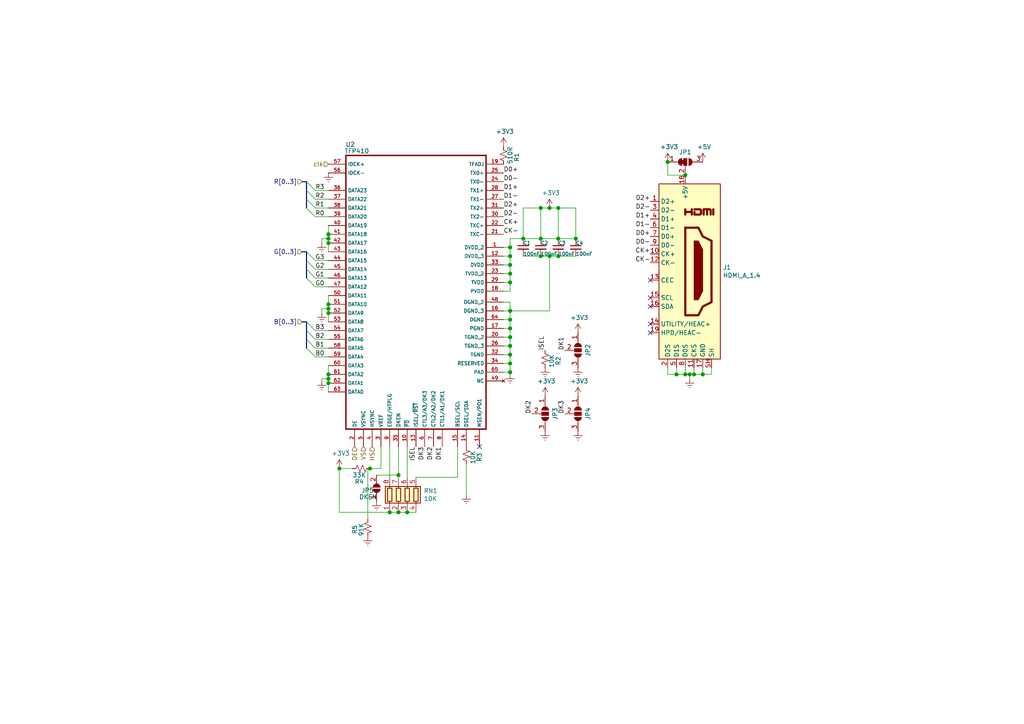
<source format=kicad_sch>
(kicad_sch (version 20201015) (generator eeschema)
  (paper "A4")
  (lib_symbols
    (symbol "Connector:HDMI_A_1.4"
      (property "Reference" "J" (at -6.35 26.67 0))
      (property "Value" "HDMI_A_1.4" (at 10.16 26.67 0))
      (symbol "HDMI_A_1.4_0_0"
        (polyline (pts (xy 8.128 16.51) (xy 8.128 18.034)) (stroke (width 0.635)))
        (polyline (pts (xy 0 16.51) (xy 0 18.034) (xy 0 17.272) (xy 1.905 17.272) (xy 1.905 18.034) (xy 1.905 16.51)) (stroke (width 0.635)))
        (polyline (pts (xy 2.667 18.034) (xy 4.318 18.034) (xy 4.572 17.78) (xy 4.572 16.764) (xy 4.318 16.51) (xy 2.667 16.51) (xy 2.667 17.272)) (stroke (width 0.635)))
      )
      (symbol "HDMI_A_1.4_0_1"
        (rectangle (start -7.62 25.4) (end 10.16 -25.4) (stroke (width 0.254)) (fill (type background)))
        (polyline (pts (xy 2.54 8.89) (xy 3.81 8.89) (xy 5.08 6.35) (xy 5.08 -5.715) (xy 3.81 -8.255) (xy 2.54 -8.255) (xy 2.54 8.89)) (fill (type outline)))
        (polyline (pts (xy 5.334 16.51) (xy 5.334 18.034) (xy 6.35 18.034) (xy 6.35 16.51) (xy 6.35 18.034) (xy 7.112 18.034) (xy 7.366 17.78) (xy 7.366 16.51)) (stroke (width 0.635)))
        (polyline (pts (xy 0 12.7) (xy 0 -12.7) (xy 3.81 -12.7) (xy 5.08 -10.16) (xy 7.62 -8.89) (xy 7.62 8.89) (xy 5.08 10.16) (xy 3.81 12.7) (xy 0 12.7)) (stroke (width 0.635)))
      )
      (symbol "HDMI_A_1.4_1_1"
        (pin passive line (at -10.16 20.32 0) (length 2.54) (name "D2+") (number "1"))
        (pin passive line (at -10.16 5.08 0) (length 2.54) (name "CK+") (number "10"))
        (pin power_in line (at 2.54 -27.94 90) (length 2.54) (name "CKS") (number "11"))
        (pin passive line (at -10.16 2.54 0) (length 2.54) (name "CK-") (number "12"))
        (pin bidirectional line (at -10.16 -2.54 0) (length 2.54) (name "CEC") (number "13"))
        (pin passive line (at -10.16 -15.24 0) (length 2.54) (name "UTILITY/HEAC+") (number "14"))
        (pin passive line (at -10.16 -7.62 0) (length 2.54) (name "SCL") (number "15"))
        (pin bidirectional line (at -10.16 -10.16 0) (length 2.54) (name "SDA") (number "16"))
        (pin power_in line (at 5.08 -27.94 90) (length 2.54) (name "GND") (number "17"))
        (pin power_in line (at 0 27.94 270) (length 2.54) (name "+5V") (number "18"))
        (pin passive line (at -10.16 -17.78 0) (length 2.54) (name "HPD/HEAC-") (number "19"))
        (pin power_in line (at -5.08 -27.94 90) (length 2.54) (name "D2S") (number "2"))
        (pin passive line (at -10.16 17.78 0) (length 2.54) (name "D2-") (number "3"))
        (pin passive line (at -10.16 15.24 0) (length 2.54) (name "D1+") (number "4"))
        (pin power_in line (at -2.54 -27.94 90) (length 2.54) (name "D1S") (number "5"))
        (pin passive line (at -10.16 12.7 0) (length 2.54) (name "D1-") (number "6"))
        (pin passive line (at -10.16 10.16 0) (length 2.54) (name "D0+") (number "7"))
        (pin power_in line (at 0 -27.94 90) (length 2.54) (name "D0S") (number "8"))
        (pin passive line (at -10.16 7.62 0) (length 2.54) (name "D0-") (number "9"))
        (pin passive line (at 7.62 -27.94 90) (length 2.54) (name "SH") (number "SH"))
      )
    )
    (symbol "Custom_Symbols:TFP_410"
      (property "Reference" "U" (at 19.05 31.75 0))
      (property "Value" "TFP_410" (at 20.32 36.83 0))
      (symbol "TFP_410_1_1"
        (polyline (pts (xy 0 0) (xy 40.64 0)) (stroke (width 0.4064)))
        (polyline (pts (xy 0 79.375) (xy 0 0)) (stroke (width 0.4064)))
        (polyline (pts (xy 40.64 0) (xy 40.64 79.375)) (stroke (width 0.4064)))
        (polyline (pts (xy 40.64 79.375) (xy 0 79.375)) (stroke (width 0.4064)))
        (pin power_in line (at 45.72 52.705 180) (length 5.08) (name "DVDD_2") (number "1"))
        (pin input line (at 17.78 -5.08 90) (length 5.08) (name "~PD") (number "10"))
        (pin output line (at 38.735 -5.08 90) (length 5.08) (name "MSEN/PO1") (number "11"))
        (pin power_in line (at 45.72 50.165 180) (length 5.08) (name "DVDD_3") (number "12"))
        (pin input line (at 20.32 -5.08 90) (length 5.08) (name "ISEL/~RST") (number "13"))
        (pin bidirectional line (at 34.925 -5.08 90) (length 5.08) (name "DSEL/SDA") (number "14"))
        (pin input line (at 32.385 -5.08 90) (length 5.08) (name "BSEL/SCL") (number "15"))
        (pin passive line (at 45.72 34.29 180) (length 5.08) (name "DGND_3") (number "16"))
        (pin passive line (at 45.72 29.21 180) (length 5.08) (name "PGND") (number "17"))
        (pin power_in line (at 45.72 40.005 180) (length 5.08) (name "PVDD") (number "18"))
        (pin input line (at 45.72 76.835 180) (length 5.08) (name "TFADJ") (number "19"))
        (pin input line (at 2.54 -5.08 90) (length 5.08) (name "DE") (number "2"))
        (pin passive line (at 45.72 26.67 180) (length 5.08) (name "TGND_2") (number "20"))
        (pin output line (at 45.72 56.515 180) (length 5.08) (name "TXC-") (number "21"))
        (pin output line (at 45.72 59.055 180) (length 5.08) (name "TXC+") (number "22"))
        (pin power_in line (at 45.72 45.085 180) (length 5.08) (name "TVDD_2") (number "23"))
        (pin output line (at 45.72 71.755 180) (length 5.08) (name "TX0-") (number "24"))
        (pin output line (at 45.72 74.295 180) (length 5.08) (name "TX0+") (number "25"))
        (pin passive line (at 45.72 24.13 180) (length 5.08) (name "TGND_3") (number "26"))
        (pin output line (at 45.72 66.675 180) (length 5.08) (name "TX1-") (number "27"))
        (pin output line (at 45.72 69.215 180) (length 5.08) (name "TX1+") (number "28"))
        (pin power_in line (at 45.72 42.545 180) (length 5.08) (name "TVDD") (number "29"))
        (pin input line (at 10.16 -5.08 90) (length 5.08) (name "VREF") (number "3"))
        (pin output line (at 45.72 61.595 180) (length 5.08) (name "TX2-") (number "30"))
        (pin output line (at 45.72 64.135 180) (length 5.08) (name "TX2+") (number "31"))
        (pin passive line (at 45.72 21.59 180) (length 5.08) (name "TGND") (number "32"))
        (pin power_in line (at 45.72 47.625 180) (length 5.08) (name "DVDD") (number "33"))
        (pin passive line (at 45.72 19.05 180) (length 5.08) (name "RESERVED") (number "34"))
        (pin input line (at 15.24 -5.08 90) (length 5.08) (name "DKEN") (number "35"))
        (pin input line (at -5.08 69.215 0) (length 5.08) (name "DATA23") (number "36"))
        (pin input line (at -5.08 66.675 0) (length 5.08) (name "DATA22") (number "37"))
        (pin input line (at -5.08 64.135 0) (length 5.08) (name "DATA21") (number "38"))
        (pin input line (at -5.08 61.595 0) (length 5.08) (name "DATA20") (number "39"))
        (pin input line (at 7.62 -5.08 90) (length 5.08) (name "HSYNC") (number "4"))
        (pin input line (at -5.08 59.055 0) (length 5.08) (name "DATA19") (number "40"))
        (pin input line (at -5.08 56.515 0) (length 5.08) (name "DATA18") (number "41"))
        (pin input line (at -5.08 53.975 0) (length 5.08) (name "DATA17") (number "42"))
        (pin input line (at -5.08 51.435 0) (length 5.08) (name "DATA16") (number "43"))
        (pin input line (at -5.08 48.895 0) (length 5.08) (name "DATA15") (number "44"))
        (pin input line (at -5.08 46.355 0) (length 5.08) (name "DATA14") (number "45"))
        (pin input line (at -5.08 43.815 0) (length 5.08) (name "DATA13") (number "46"))
        (pin input line (at -5.08 41.275 0) (length 5.08) (name "DATA12") (number "47"))
        (pin passive line (at 45.72 36.83 180) (length 5.08) (name "DGND_2") (number "48"))
        (pin unconnected line (at 45.72 13.97 180) (length 5.08) (name "NC") (number "49"))
        (pin input line (at 5.08 -5.08 90) (length 5.08) (name "VSYNC") (number "5"))
        (pin input line (at -5.08 38.735 0) (length 5.08) (name "DATA11") (number "50"))
        (pin input line (at -5.08 36.195 0) (length 5.08) (name "DATA10") (number "51"))
        (pin input line (at -5.08 33.655 0) (length 5.08) (name "DATA9") (number "52"))
        (pin input line (at -5.08 31.115 0) (length 5.08) (name "DATA8") (number "53"))
        (pin input line (at -5.08 28.575 0) (length 5.08) (name "DATA7") (number "54"))
        (pin input line (at -5.08 26.035 0) (length 5.08) (name "DATA6") (number "55"))
        (pin input line (at -5.08 74.295 0) (length 5.08) (name "IDCK-") (number "56"))
        (pin input line (at -5.08 76.835 0) (length 5.08) (name "IDCK+") (number "57"))
        (pin input line (at -5.08 23.495 0) (length 5.08) (name "DATA5") (number "58"))
        (pin input line (at -5.08 20.955 0) (length 5.08) (name "DATA4") (number "59"))
        (pin input line (at 22.86 -5.08 90) (length 5.08) (name "CTL3/A3/DK3") (number "6"))
        (pin input line (at -5.08 18.415 0) (length 5.08) (name "DATA3") (number "60"))
        (pin input line (at -5.08 15.875 0) (length 5.08) (name "DATA2") (number "61"))
        (pin input line (at -5.08 13.335 0) (length 5.08) (name "DATA1") (number "62"))
        (pin input line (at -5.08 10.795 0) (length 5.08) (name "DATA0") (number "63"))
        (pin passive line (at 45.72 31.75 180) (length 5.08) (name "DGND") (number "64"))
        (pin passive line (at 45.72 16.51 180) (length 5.08) (name "PAD") (number "65"))
        (pin input line (at 25.4 -5.08 90) (length 5.08) (name "CTL2/A2/DK2") (number "7"))
        (pin input line (at 27.94 -5.08 90) (length 5.08) (name "CTL1/A1/DK1") (number "8"))
        (pin input line (at 12.7 -5.08 90) (length 5.08) (name "EDGE/HTPLG") (number "9"))
      )
    )
    (symbol "Device:C_Small" (pin_numbers hide) (pin_names (offset 0.254) hide)
      (property "Reference" "C" (at 0.254 1.778 0))
      (property "Value" "C_Small" (at 0.254 -2.032 0))
      (symbol "C_Small_0_1"
        (polyline (pts (xy -1.524 -0.508) (xy 1.524 -0.508)) (stroke (width 0.3302)))
        (polyline (pts (xy -1.524 0.508) (xy 1.524 0.508)) (stroke (width 0.3048)))
      )
      (symbol "C_Small_1_1"
        (pin passive line (at 0 2.54 270) (length 2.032) (name "~") (number "1"))
        (pin passive line (at 0 -2.54 90) (length 2.032) (name "~") (number "2"))
      )
    )
    (symbol "Device:R_Pack04" (pin_names (offset 0) hide)
      (property "Reference" "RN" (at -7.62 0 90))
      (property "Value" "R_Pack04" (at 5.08 0 90))
      (symbol "R_Pack04_0_1"
        (rectangle (start -3.175 1.905) (end -1.905 -1.905) (stroke (width 0.254)))
        (rectangle (start -5.715 1.905) (end -4.445 -1.905) (stroke (width 0.254)))
        (rectangle (start -0.635 1.905) (end 0.635 -1.905) (stroke (width 0.254)))
        (rectangle (start -6.35 -2.413) (end 3.81 2.413) (stroke (width 0.254)) (fill (type background)))
        (rectangle (start 1.905 1.905) (end 3.175 -1.905) (stroke (width 0.254)))
        (polyline (pts (xy -2.54 -2.54) (xy -2.54 -1.905)))
        (polyline (pts (xy -2.54 1.905) (xy -2.54 2.54)))
        (polyline (pts (xy -5.08 -2.54) (xy -5.08 -1.905)))
        (polyline (pts (xy -5.08 1.905) (xy -5.08 2.54)))
        (polyline (pts (xy 0 -2.54) (xy 0 -1.905)))
        (polyline (pts (xy 0 1.905) (xy 0 2.54)))
        (polyline (pts (xy 2.54 -2.54) (xy 2.54 -1.905)))
        (polyline (pts (xy 2.54 1.905) (xy 2.54 2.54)))
      )
      (symbol "R_Pack04_1_1"
        (pin passive line (at -5.08 -5.08 90) (length 2.54) (name "R1.1") (number "1"))
        (pin passive line (at -5.08 5.08 270) (length 2.54) (name "R1.2") (number "8"))
        (pin passive line (at -2.54 -5.08 90) (length 2.54) (name "R2.1") (number "2"))
        (pin passive line (at -2.54 5.08 270) (length 2.54) (name "R2.2") (number "7"))
        (pin passive line (at 0 -5.08 90) (length 2.54) (name "R3.1") (number "3"))
        (pin passive line (at 0 5.08 270) (length 2.54) (name "R3.2") (number "6"))
        (pin passive line (at 2.54 -5.08 90) (length 2.54) (name "R4.1") (number "4"))
        (pin passive line (at 2.54 5.08 270) (length 2.54) (name "R4.2") (number "5"))
      )
    )
    (symbol "Device:R_Small_US" (pin_numbers hide) (pin_names (offset 0.254) hide)
      (property "Reference" "R" (at 0.762 0.508 0))
      (property "Value" "R_Small_US" (at 0.762 -1.016 0))
      (symbol "R_Small_US_1_1"
        (polyline (pts (xy 0 0) (xy 1.016 -0.381) (xy 0 -0.762) (xy -1.016 -1.143) (xy 0 -1.524)))
        (polyline (pts (xy 0 1.524) (xy 1.016 1.143) (xy 0 0.762) (xy -1.016 0.381) (xy 0 0)))
        (pin passive line (at 0 2.54 270) (length 1.016) (name "~") (number "1"))
        (pin passive line (at 0 -2.54 90) (length 1.016) (name "~") (number "2"))
      )
    )
    (symbol "Jumper:SolderJumper_2_Open" (pin_names (offset 0) hide)
      (property "Reference" "JP" (at 0 2.032 0))
      (property "Value" "SolderJumper_2_Open" (at 0 -2.54 0))
      (symbol "SolderJumper_2_Open_0_1"
        (arc (start -0.254 1.016) (end -0.254 -1.016) (radius (at -0.254 0) (length 1.016) (angles 90.1 -90.1)))
        (arc (start -0.254 1.016) (end -0.254 -1.016) (radius (at -0.254 0) (length 1.016) (angles 90.1 -90.1)) (fill (type outline)))
        (arc (start 0.254 -1.016) (end 0.254 1.016) (radius (at 0.254 0) (length 1.016) (angles -89.9 89.9)))
        (arc (start 0.254 -1.016) (end 0.254 1.016) (radius (at 0.254 0) (length 1.016) (angles -89.9 89.9)) (fill (type outline)))
        (polyline (pts (xy -0.254 1.016) (xy -0.254 -1.016)))
        (polyline (pts (xy 0.254 1.016) (xy 0.254 -1.016)))
      )
      (symbol "SolderJumper_2_Open_1_1"
        (pin passive line (at -3.81 0 0) (length 2.54) (name "A") (number "1"))
        (pin passive line (at 3.81 0 180) (length 2.54) (name "B") (number "2"))
      )
    )
    (symbol "Jumper:SolderJumper_3_Bridged12" (pin_names (offset 0) hide)
      (property "Reference" "JP" (at -2.54 -2.54 0))
      (property "Value" "SolderJumper_3_Bridged12" (at 0 2.794 0))
      (symbol "SolderJumper_3_Bridged12_0_1"
        (arc (start -1.016 1.016) (end -1.016 -1.016) (radius (at -1.016 0) (length 1.016) (angles 90.1 -90.1)))
        (arc (start -1.016 1.016) (end -1.016 -1.016) (radius (at -1.016 0) (length 1.016) (angles 90.1 -90.1)) (fill (type outline)))
        (arc (start 1.016 -1.016) (end 1.016 1.016) (radius (at 1.016 0) (length 1.016) (angles -89.9 89.9)))
        (arc (start 1.016 -1.016) (end 1.016 1.016) (radius (at 1.016 0) (length 1.016) (angles -89.9 89.9)) (fill (type outline)))
        (rectangle (start -1.016 0.508) (end -0.508 -0.508) (fill (type outline)))
        (rectangle (start -0.508 1.016) (end 0.508 -1.016) (fill (type outline)))
        (polyline (pts (xy -2.54 0) (xy -2.032 0)))
        (polyline (pts (xy -1.016 1.016) (xy -1.016 -1.016)))
        (polyline (pts (xy 0 -1.27) (xy 0 -1.016)))
        (polyline (pts (xy 1.016 1.016) (xy 1.016 -1.016)))
        (polyline (pts (xy 2.54 0) (xy 2.032 0)))
      )
      (symbol "SolderJumper_3_Bridged12_1_1"
        (pin passive line (at -5.08 0 0) (length 2.54) (name "A") (number "1"))
        (pin input line (at 0 -3.81 90) (length 2.54) (name "C") (number "2"))
        (pin passive line (at 5.08 0 180) (length 2.54) (name "B") (number "3"))
      )
    )
    (symbol "Jumper:SolderJumper_3_Open" (pin_names (offset 0) hide)
      (property "Reference" "JP" (at -2.54 -2.54 0))
      (property "Value" "SolderJumper_3_Open" (at 0 2.794 0))
      (symbol "SolderJumper_3_Open_0_1"
        (arc (start -1.016 1.016) (end -1.016 -1.016) (radius (at -1.016 0) (length 1.016) (angles 90.1 -90.1)))
        (arc (start -1.016 1.016) (end -1.016 -1.016) (radius (at -1.016 0) (length 1.016) (angles 90.1 -90.1)) (fill (type outline)))
        (arc (start 1.016 -1.016) (end 1.016 1.016) (radius (at 1.016 0) (length 1.016) (angles -89.9 89.9)))
        (arc (start 1.016 -1.016) (end 1.016 1.016) (radius (at 1.016 0) (length 1.016) (angles -89.9 89.9)) (fill (type outline)))
        (rectangle (start -0.508 1.016) (end 0.508 -1.016) (fill (type outline)))
        (polyline (pts (xy -2.54 0) (xy -2.032 0)))
        (polyline (pts (xy -1.016 1.016) (xy -1.016 -1.016)))
        (polyline (pts (xy 0 -1.27) (xy 0 -1.016)))
        (polyline (pts (xy 1.016 1.016) (xy 1.016 -1.016)))
        (polyline (pts (xy 2.54 0) (xy 2.032 0)))
      )
      (symbol "SolderJumper_3_Open_1_1"
        (pin passive line (at -5.08 0 0) (length 2.54) (name "A") (number "1"))
        (pin input line (at 0 -3.81 90) (length 2.54) (name "C") (number "2"))
        (pin passive line (at 5.08 0 180) (length 2.54) (name "B") (number "3"))
      )
    )
    (symbol "power:+3V3" (power) (pin_names (offset 0))
      (property "Value" "+3V3" (at 0 3.556 0))
      (symbol "+3V3_0_1"
        (polyline (pts (xy -0.762 1.27) (xy 0 2.54)))
        (polyline (pts (xy 0 0) (xy 0 2.54)))
        (polyline (pts (xy 0 2.54) (xy 0.762 1.27)))
      )
      (symbol "+3V3_1_1"
        (pin power_in line (at 0 0 90) (length 0) hide (name "+3V3") (number "1"))
      )
    )
    (symbol "power:+5V" (power) (pin_names (offset 0))
      (property "Value" "+5V" (at 0 3.556 0))
      (symbol "+5V_0_1"
        (polyline (pts (xy -0.762 1.27) (xy 0 2.54)))
        (polyline (pts (xy 0 0) (xy 0 2.54)))
        (polyline (pts (xy 0 2.54) (xy 0.762 1.27)))
      )
      (symbol "+5V_1_1"
        (pin power_in line (at 0 0 90) (length 0) hide (name "+5V") (number "1"))
      )
    )
    (symbol "power:GNDREF" (power) (pin_names (offset 0))
      (property "Value" "GNDREF" (at 0 -3.81 0))
      (symbol "GNDREF_0_1"
        (polyline (pts (xy -0.635 -1.905) (xy 0.635 -1.905)))
        (polyline (pts (xy -0.127 -2.54) (xy 0.127 -2.54)))
        (polyline (pts (xy 0 -1.27) (xy 0 0)))
        (polyline (pts (xy 1.27 -1.27) (xy -1.27 -1.27)))
      )
      (symbol "GNDREF_1_1"
        (pin power_in line (at 0 0 270) (length 0) hide (name "GNDREF") (number "1"))
      )
    )
  )
  (junction (at 95.25 67.945) (diameter 1.016))
  (junction (at 95.25 69.215) (diameter 1.016))
  (junction (at 95.25 70.485) (diameter 1.016))
  (junction (at 95.25 88.265) (diameter 1.016))
  (junction (at 95.25 89.535) (diameter 1.016))
  (junction (at 95.25 90.805) (diameter 1.016))
  (junction (at 95.25 108.585) (diameter 1.016))
  (junction (at 95.25 109.855) (diameter 1.016))
  (junction (at 95.25 111.125) (diameter 1.016))
  (junction (at 98.425 135.89) (diameter 1.016))
  (junction (at 107.315 135.89) (diameter 1.016))
  (junction (at 113.03 148.59) (diameter 1.016))
  (junction (at 115.57 137.795) (diameter 1.016))
  (junction (at 115.57 148.59) (diameter 1.016))
  (junction (at 118.11 148.59) (diameter 1.016))
  (junction (at 147.955 71.755) (diameter 1.016))
  (junction (at 147.955 74.295) (diameter 1.016))
  (junction (at 147.955 76.835) (diameter 1.016))
  (junction (at 147.955 79.375) (diameter 1.016))
  (junction (at 147.955 81.915) (diameter 1.016))
  (junction (at 147.955 90.17) (diameter 1.016))
  (junction (at 147.955 92.71) (diameter 1.016))
  (junction (at 147.955 95.25) (diameter 1.016))
  (junction (at 147.955 97.79) (diameter 1.016))
  (junction (at 147.955 100.33) (diameter 1.016))
  (junction (at 147.955 102.87) (diameter 1.016))
  (junction (at 147.955 105.41) (diameter 1.016))
  (junction (at 147.955 107.95) (diameter 1.016))
  (junction (at 151.765 69.215) (diameter 1.016))
  (junction (at 156.845 60.325) (diameter 1.016))
  (junction (at 156.845 69.215) (diameter 1.016))
  (junction (at 156.845 74.295) (diameter 1.016))
  (junction (at 159.385 60.325) (diameter 1.016))
  (junction (at 159.385 74.295) (diameter 1.016))
  (junction (at 161.925 60.325) (diameter 1.016))
  (junction (at 161.925 69.215) (diameter 1.016))
  (junction (at 161.925 74.295) (diameter 1.016))
  (junction (at 167.005 69.215) (diameter 1.016))
  (junction (at 193.675 46.99) (diameter 1.016))
  (junction (at 196.215 108.585) (diameter 1.016))
  (junction (at 198.755 50.8) (diameter 1.016))
  (junction (at 198.755 108.585) (diameter 1.016))
  (junction (at 200.025 108.585) (diameter 1.016))
  (junction (at 201.295 108.585) (diameter 1.016))
  (junction (at 203.835 108.585) (diameter 1.016))
  (no_connect (at 188.595 86.36))
  (no_connect (at 139.065 129.54))
  (no_connect (at 188.595 88.9))
  (no_connect (at 188.595 96.52))
  (no_connect (at 188.595 93.98))
  (no_connect (at 188.595 81.28))
  (bus_entry (at 88.9 52.705) (size 2.54 2.54) (stroke (width 0.1524)))
  (bus_entry (at 88.9 55.245) (size 2.54 2.54) (stroke (width 0.1524)))
  (bus_entry (at 88.9 57.785) (size 2.54 2.54) (stroke (width 0.1524)))
  (bus_entry (at 88.9 60.325) (size 2.54 2.54) (stroke (width 0.1524)))
  (bus_entry (at 88.9 73.025) (size 2.54 2.54) (stroke (width 0.1524)))
  (bus_entry (at 88.9 75.565) (size 2.54 2.54) (stroke (width 0.1524)))
  (bus_entry (at 88.9 78.105) (size 2.54 2.54) (stroke (width 0.1524)))
  (bus_entry (at 88.9 80.645) (size 2.54 2.54) (stroke (width 0.1524)))
  (bus_entry (at 88.9 93.345) (size 2.54 2.54) (stroke (width 0.1524)))
  (bus_entry (at 88.9 95.885) (size 2.54 2.54) (stroke (width 0.1524)))
  (bus_entry (at 88.9 98.425) (size 2.54 2.54) (stroke (width 0.1524)))
  (bus_entry (at 88.9 100.965) (size 2.54 2.54) (stroke (width 0.1524)))
  (wire (pts (xy 91.44 55.245) (xy 95.25 55.245)))
  (wire (pts (xy 91.44 60.325) (xy 95.25 60.325)))
  (wire (pts (xy 91.44 80.645) (xy 95.25 80.645)))
  (wire (pts (xy 93.345 69.215) (xy 95.25 69.215)))
  (wire (pts (xy 93.345 70.485) (xy 93.345 69.215)))
  (wire (pts (xy 93.345 89.535) (xy 95.25 89.535)))
  (wire (pts (xy 93.345 90.805) (xy 93.345 89.535)))
  (wire (pts (xy 93.345 109.855) (xy 95.25 109.855)))
  (wire (pts (xy 93.345 110.49) (xy 93.345 109.855)))
  (wire (pts (xy 95.25 57.785) (xy 91.44 57.785)))
  (wire (pts (xy 95.25 62.865) (xy 91.44 62.865)))
  (wire (pts (xy 95.25 65.405) (xy 95.25 67.945)))
  (wire (pts (xy 95.25 67.945) (xy 95.25 69.215)))
  (wire (pts (xy 95.25 69.215) (xy 95.25 70.485)))
  (wire (pts (xy 95.25 70.485) (xy 95.25 73.025)))
  (wire (pts (xy 95.25 75.565) (xy 91.44 75.565)))
  (wire (pts (xy 95.25 78.105) (xy 91.44 78.105)))
  (wire (pts (xy 95.25 83.185) (xy 91.44 83.185)))
  (wire (pts (xy 95.25 85.725) (xy 95.25 88.265)))
  (wire (pts (xy 95.25 88.265) (xy 95.25 89.535)))
  (wire (pts (xy 95.25 89.535) (xy 95.25 90.805)))
  (wire (pts (xy 95.25 90.805) (xy 95.25 93.345)))
  (wire (pts (xy 95.25 95.885) (xy 91.44 95.885)))
  (wire (pts (xy 95.25 98.425) (xy 91.44 98.425)))
  (wire (pts (xy 95.25 100.965) (xy 91.44 100.965)))
  (wire (pts (xy 95.25 103.505) (xy 91.44 103.505)))
  (wire (pts (xy 95.25 106.045) (xy 95.25 108.585)))
  (wire (pts (xy 95.25 108.585) (xy 95.25 109.855)))
  (wire (pts (xy 95.25 109.855) (xy 95.25 111.125)))
  (wire (pts (xy 95.25 111.125) (xy 95.25 113.665)))
  (wire (pts (xy 98.425 135.89) (xy 98.425 148.59)))
  (wire (pts (xy 98.425 148.59) (xy 113.03 148.59)))
  (wire (pts (xy 102.235 135.89) (xy 98.425 135.89)))
  (wire (pts (xy 106.68 135.89) (xy 107.315 135.89)))
  (wire (pts (xy 106.68 150.495) (xy 106.68 135.89)))
  (wire (pts (xy 109.22 137.795) (xy 115.57 137.795)))
  (wire (pts (xy 110.49 129.54) (xy 110.49 135.89)))
  (wire (pts (xy 110.49 135.89) (xy 107.315 135.89)))
  (wire (pts (xy 113.03 129.54) (xy 113.03 138.43)))
  (wire (pts (xy 113.03 148.59) (xy 115.57 148.59)))
  (wire (pts (xy 115.57 129.54) (xy 115.57 137.795)))
  (wire (pts (xy 115.57 137.795) (xy 115.57 138.43)))
  (wire (pts (xy 115.57 148.59) (xy 118.11 148.59)))
  (wire (pts (xy 118.11 129.54) (xy 118.11 138.43)))
  (wire (pts (xy 118.11 148.59) (xy 120.65 148.59)))
  (wire (pts (xy 132.715 129.54) (xy 132.715 138.43)))
  (wire (pts (xy 132.715 138.43) (xy 120.65 138.43)))
  (wire (pts (xy 135.255 134.62) (xy 135.255 143.51)))
  (wire (pts (xy 146.05 71.755) (xy 147.955 71.755)))
  (wire (pts (xy 146.05 74.295) (xy 147.955 74.295)))
  (wire (pts (xy 146.05 76.835) (xy 147.955 76.835)))
  (wire (pts (xy 146.05 79.375) (xy 147.955 79.375)))
  (wire (pts (xy 146.05 81.915) (xy 147.955 81.915)))
  (wire (pts (xy 146.05 84.455) (xy 147.955 84.455)))
  (wire (pts (xy 146.05 87.63) (xy 147.955 87.63)))
  (wire (pts (xy 146.05 90.17) (xy 147.955 90.17)))
  (wire (pts (xy 146.05 95.25) (xy 147.955 95.25)))
  (wire (pts (xy 146.05 100.33) (xy 147.955 100.33)))
  (wire (pts (xy 146.05 105.41) (xy 147.955 105.41)))
  (wire (pts (xy 147.955 69.215) (xy 147.955 71.755)))
  (wire (pts (xy 147.955 69.215) (xy 151.765 69.215)))
  (wire (pts (xy 147.955 71.755) (xy 147.955 74.295)))
  (wire (pts (xy 147.955 74.295) (xy 147.955 76.835)))
  (wire (pts (xy 147.955 76.835) (xy 147.955 79.375)))
  (wire (pts (xy 147.955 79.375) (xy 147.955 81.915)))
  (wire (pts (xy 147.955 81.915) (xy 147.955 84.455)))
  (wire (pts (xy 147.955 87.63) (xy 147.955 90.17)))
  (wire (pts (xy 147.955 90.17) (xy 147.955 92.71)))
  (wire (pts (xy 147.955 90.17) (xy 159.385 90.17)))
  (wire (pts (xy 147.955 92.71) (xy 146.05 92.71)))
  (wire (pts (xy 147.955 92.71) (xy 147.955 95.25)))
  (wire (pts (xy 147.955 95.25) (xy 147.955 97.79)))
  (wire (pts (xy 147.955 97.79) (xy 146.05 97.79)))
  (wire (pts (xy 147.955 97.79) (xy 147.955 100.33)))
  (wire (pts (xy 147.955 100.33) (xy 147.955 102.87)))
  (wire (pts (xy 147.955 102.87) (xy 146.05 102.87)))
  (wire (pts (xy 147.955 102.87) (xy 147.955 105.41)))
  (wire (pts (xy 147.955 105.41) (xy 147.955 107.95)))
  (wire (pts (xy 147.955 107.95) (xy 146.05 107.95)))
  (wire (pts (xy 147.955 108.585) (xy 147.955 107.95)))
  (wire (pts (xy 151.765 60.325) (xy 151.765 69.215)))
  (wire (pts (xy 151.765 60.325) (xy 156.845 60.325)))
  (wire (pts (xy 151.765 69.215) (xy 156.845 69.215)))
  (wire (pts (xy 151.765 74.295) (xy 156.845 74.295)))
  (wire (pts (xy 156.845 60.325) (xy 156.845 69.215)))
  (wire (pts (xy 156.845 60.325) (xy 159.385 60.325)))
  (wire (pts (xy 156.845 69.215) (xy 161.925 69.215)))
  (wire (pts (xy 156.845 74.295) (xy 159.385 74.295)))
  (wire (pts (xy 159.385 60.325) (xy 161.925 60.325)))
  (wire (pts (xy 159.385 74.295) (xy 159.385 90.17)))
  (wire (pts (xy 159.385 74.295) (xy 161.925 74.295)))
  (wire (pts (xy 161.925 60.325) (xy 161.925 69.215)))
  (wire (pts (xy 161.925 60.325) (xy 167.005 60.325)))
  (wire (pts (xy 161.925 69.215) (xy 167.005 69.215)))
  (wire (pts (xy 161.925 74.295) (xy 167.005 74.295)))
  (wire (pts (xy 167.005 60.325) (xy 167.005 69.215)))
  (wire (pts (xy 193.675 46.99) (xy 193.675 50.8)))
  (wire (pts (xy 193.675 106.68) (xy 193.675 108.585)))
  (wire (pts (xy 193.675 108.585) (xy 196.215 108.585)))
  (wire (pts (xy 196.215 106.68) (xy 196.215 108.585)))
  (wire (pts (xy 196.215 108.585) (xy 198.755 108.585)))
  (wire (pts (xy 198.755 50.8) (xy 193.675 50.8)))
  (wire (pts (xy 198.755 106.68) (xy 198.755 108.585)))
  (wire (pts (xy 198.755 108.585) (xy 200.025 108.585)))
  (wire (pts (xy 200.025 108.585) (xy 201.295 108.585)))
  (wire (pts (xy 200.025 109.855) (xy 200.025 108.585)))
  (wire (pts (xy 201.295 106.68) (xy 201.295 108.585)))
  (wire (pts (xy 201.295 108.585) (xy 203.835 108.585)))
  (wire (pts (xy 203.835 106.68) (xy 203.835 108.585)))
  (wire (pts (xy 203.835 108.585) (xy 206.375 108.585)))
  (wire (pts (xy 206.375 108.585) (xy 206.375 106.68)))
  (bus (pts (xy 88.9 52.705) (xy 87.63 52.705)))
  (bus (pts (xy 88.9 52.705) (xy 88.9 55.245)))
  (bus (pts (xy 88.9 55.245) (xy 88.9 57.785)))
  (bus (pts (xy 88.9 57.785) (xy 88.9 60.325)))
  (bus (pts (xy 88.9 73.025) (xy 87.63 73.025)))
  (bus (pts (xy 88.9 73.025) (xy 88.9 75.565)))
  (bus (pts (xy 88.9 75.565) (xy 88.9 78.105)))
  (bus (pts (xy 88.9 78.105) (xy 88.9 80.645)))
  (bus (pts (xy 88.9 93.345) (xy 87.63 93.345)))
  (bus (pts (xy 88.9 93.345) (xy 88.9 95.885)))
  (bus (pts (xy 88.9 95.885) (xy 88.9 98.425)))
  (bus (pts (xy 88.9 98.425) (xy 88.9 100.965)))
  (label "R3" (at 91.44 55.245 0))
  (label "R2" (at 91.44 57.785 0))
  (label "R1" (at 91.44 60.325 0))
  (label "R0" (at 91.44 62.865 0))
  (label "G3" (at 91.44 75.565 0))
  (label "G2" (at 91.44 78.105 0))
  (label "G1" (at 91.44 80.645 0))
  (label "G0" (at 91.44 83.185 0))
  (label "B3" (at 91.44 95.885 0))
  (label "B2" (at 91.44 98.425 0))
  (label "B1" (at 91.44 100.965 0))
  (label "B0" (at 91.44 103.505 0))
  (label "ISEL" (at 120.65 129.54 270))
  (label "DK3" (at 123.19 129.54 270))
  (label "DK2" (at 125.73 129.54 270))
  (label "DK1" (at 128.27 129.54 270))
  (label "D0+" (at 146.05 50.165 0))
  (label "D0-" (at 146.05 52.705 0))
  (label "D1+" (at 146.05 55.245 0))
  (label "D1-" (at 146.05 57.785 0))
  (label "D2+" (at 146.05 60.325 0))
  (label "D2-" (at 146.05 62.865 0))
  (label "CK+" (at 146.05 65.405 0))
  (label "CK-" (at 146.05 67.945 0))
  (label "DK2" (at 154.305 120.015 90))
  (label "ISEL" (at 158.115 101.6 90))
  (label "DK1" (at 163.83 101.6 90))
  (label "DK3" (at 163.83 120.015 90))
  (label "D2+" (at 188.595 58.42 180))
  (label "D2-" (at 188.595 60.96 180))
  (label "D1+" (at 188.595 63.5 180))
  (label "D1-" (at 188.595 66.04 180))
  (label "D0+" (at 188.595 68.58 180))
  (label "D0-" (at 188.595 71.12 180))
  (label "CK+" (at 188.595 73.66 180))
  (label "CK-" (at 188.595 76.2 180))
  (hierarchical_label "R[0..3]" (shape input) (at 87.63 52.705 180))
  (hierarchical_label "G[0..3]" (shape input) (at 87.63 73.025 180))
  (hierarchical_label "B[0..3]" (shape input) (at 87.63 93.345 180))
  (hierarchical_label "clk" (shape input) (at 95.25 47.625 180))
  (hierarchical_label "DE" (shape input) (at 102.87 129.54 270))
  (hierarchical_label "VS" (shape input) (at 105.41 129.54 270))
  (hierarchical_label "HS" (shape input) (at 107.95 129.54 270))
  (symbol (lib_id "power:+3V3") (at 98.425 135.89 0) (unit 1)
    (property "Reference" "#PWR036" (effects hide))
    (property "Value" "+3V3" (at 98.806 131.4958 0))
  )
  (symbol (lib_id "power:+3V3") (at 146.05 42.545 0) (unit 1)
    (property "Reference" "#PWR019" (effects hide))
    (property "Value" "+3V3" (at 146.431 38.1508 0))
  )
  (symbol (lib_id "power:+3V3") (at 158.115 114.935 0) (unit 1)
    (property "Reference" "#PWR032" (effects hide))
    (property "Value" "+3V3" (at 158.496 110.5408 0))
  )
  (symbol (lib_id "power:+3V3") (at 159.385 60.325 0) (unit 1)
    (property "Reference" "#PWR023" (effects hide))
    (property "Value" "+3V3" (at 159.766 55.9308 0))
  )
  (symbol (lib_id "power:+3V3") (at 167.64 96.52 0) (unit 1)
    (property "Reference" "#PWR026" (effects hide))
    (property "Value" "+3V3" (at 168.021 92.1258 0))
  )
  (symbol (lib_id "power:+3V3") (at 167.64 114.935 0) (unit 1)
    (property "Reference" "#PWR033" (effects hide))
    (property "Value" "+3V3" (at 168.021 110.5408 0))
  )
  (symbol (lib_id "power:+3V3") (at 193.675 46.99 0) (unit 1)
    (property "Reference" "#PWR020" (effects hide))
    (property "Value" "+3V3" (at 194.056 42.5958 0))
  )
  (symbol (lib_id "power:+5V") (at 203.835 46.99 0) (unit 1)
    (property "Reference" "#PWR021" (effects hide))
    (property "Value" "+5V" (at 204.216 42.5958 0))
  )
  (symbol (lib_id "power:GNDREF") (at 93.345 70.485 0) (unit 1)
    (property "Reference" "#PWR024" (effects hide))
    (property "Value" "GNDREF" (effects hide))
  )
  (symbol (lib_id "power:GNDREF") (at 93.345 90.805 0) (unit 1)
    (property "Reference" "#PWR025" (effects hide))
    (property "Value" "GNDREF" (effects hide))
  )
  (symbol (lib_id "power:GNDREF") (at 93.345 110.49 0) (unit 1)
    (property "Reference" "#PWR031" (effects hide))
    (property "Value" "GNDREF" (effects hide))
  )
  (symbol (lib_id "power:GNDREF") (at 95.25 50.165 0) (unit 1)
    (property "Reference" "#PWR022" (effects hide))
    (property "Value" "GNDREF" (effects hide))
  )
  (symbol (lib_id "power:GNDREF") (at 106.68 155.575 0) (unit 1)
    (property "Reference" "#PWR039" (effects hide))
    (property "Value" "GNDREF" (effects hide))
  )
  (symbol (lib_id "power:GNDREF") (at 109.22 145.415 0) (unit 1)
    (property "Reference" "#PWR038" (effects hide))
    (property "Value" "GNDREF" (effects hide))
  )
  (symbol (lib_id "power:GNDREF") (at 135.255 143.51 0) (unit 1)
    (property "Reference" "#PWR037" (effects hide))
    (property "Value" "GNDREF" (effects hide))
  )
  (symbol (lib_id "power:GNDREF") (at 147.955 108.585 0) (unit 1)
    (property "Reference" "#PWR029" (effects hide))
    (property "Value" "GNDREF" (effects hide))
  )
  (symbol (lib_id "power:GNDREF") (at 158.115 106.68 0) (unit 1)
    (property "Reference" "#PWR027" (effects hide))
    (property "Value" "GNDREF" (effects hide))
  )
  (symbol (lib_id "power:GNDREF") (at 158.115 125.095 0) (unit 1)
    (property "Reference" "#PWR034" (effects hide))
    (property "Value" "GNDREF" (effects hide))
  )
  (symbol (lib_id "power:GNDREF") (at 167.64 106.68 0) (unit 1)
    (property "Reference" "#PWR028" (effects hide))
    (property "Value" "GNDREF" (effects hide))
  )
  (symbol (lib_id "power:GNDREF") (at 167.64 125.095 0) (unit 1)
    (property "Reference" "#PWR035" (effects hide))
    (property "Value" "GNDREF" (effects hide))
  )
  (symbol (lib_id "power:GNDREF") (at 200.025 109.855 0) (unit 1)
    (property "Reference" "#PWR030" (effects hide))
    (property "Value" "GNDREF" (effects hide))
  )
  (symbol (lib_id "Device:R_Small_US") (at 104.775 135.89 270) (unit 1)
    (property "Reference" "R4" (at 102.87 139.7 90) (effects (justify left)))
    (property "Value" "33K" (at 102.235 137.795 90) (effects (justify left)))
    (property "Footprint" "Resistor_SMD:R_0603_1608Metric" (effects hide))
  )
  (symbol (lib_id "Device:R_Small_US") (at 106.68 153.035 0) (mirror y) (unit 1)
    (property "Reference" "R5" (at 102.87 154.94 90) (effects (justify left)))
    (property "Value" "91K" (at 104.775 155.575 90) (effects (justify left)))
    (property "Footprint" "Resistor_SMD:R_0603_1608Metric" (effects hide))
  )
  (symbol (lib_id "Device:R_Small_US") (at 135.255 132.08 0) (unit 1)
    (property "Reference" "R3" (at 139.065 133.985 90) (effects (justify left)))
    (property "Value" "10K" (at 137.16 134.62 90) (effects (justify left)))
    (property "Footprint" "Resistor_SMD:R_0603_1608Metric" (effects hide))
  )
  (symbol (lib_id "Device:R_Small_US") (at 146.05 45.085 0) (unit 1)
    (property "Reference" "R1" (at 149.86 46.99 90) (effects (justify left)))
    (property "Value" "510R" (at 147.955 47.625 90) (effects (justify left)))
    (property "Footprint" "Resistor_SMD:R_0603_1608Metric" (effects hide))
  )
  (symbol (lib_id "Device:R_Small_US") (at 158.115 104.14 0) (unit 1)
    (property "Reference" "R2" (at 161.925 106.045 90) (effects (justify left)))
    (property "Value" "10K" (at 160.02 106.68 90) (effects (justify left)))
    (property "Footprint" "Resistor_SMD:R_0603_1608Metric" (effects hide))
  )
  (symbol (lib_id "Device:C_Small") (at 151.765 71.755 0) (unit 1)
    (property "Reference" "C1" (at 151.765 70.485 0) (effects (font (size 1.016 1.016)) (justify left)))
    (property "Value" "100nF" (at 151.765 73.66 0) (effects (font (size 1.016 1.016)) (justify left)))
    (property "Footprint" "Capacitor_SMD:C_0603_1608Metric" (effects hide))
  )
  (symbol (lib_id "Device:C_Small") (at 156.845 71.755 0) (unit 1)
    (property "Reference" "C2" (at 156.845 70.485 0) (effects (font (size 1.016 1.016)) (justify left)))
    (property "Value" "100nF" (at 156.845 73.66 0) (effects (font (size 1.016 1.016)) (justify left)))
    (property "Footprint" "Capacitor_SMD:C_0603_1608Metric" (effects hide))
  )
  (symbol (lib_id "Device:C_Small") (at 161.925 71.755 0) (unit 1)
    (property "Reference" "C3" (at 161.925 70.485 0) (effects (font (size 1.016 1.016)) (justify left)))
    (property "Value" "100nF" (at 161.925 73.66 0) (effects (font (size 1.016 1.016)) (justify left)))
    (property "Footprint" "Capacitor_SMD:C_0603_1608Metric" (effects hide))
  )
  (symbol (lib_id "Device:C_Small") (at 167.005 71.755 0) (unit 1)
    (property "Reference" "C4" (at 167.005 70.485 0) (effects (font (size 1.016 1.016)) (justify left)))
    (property "Value" "100nF" (at 167.005 73.66 0) (effects (font (size 1.016 1.016)) (justify left)))
    (property "Footprint" "Capacitor_SMD:C_0603_1608Metric" (effects hide))
  )
  (symbol (lib_id "Jumper:SolderJumper_2_Open") (at 109.22 141.605 90) (unit 1)
    (property "Reference" "JP5" (at 104.775 142.24 90) (effects (justify right)))
    (property "Value" "DKEN" (at 104.14 144.145 90) (effects (justify right)))
    (property "Footprint" "Custom_Parts:Jumper_2_Pin_Unbridged" (effects hide))
  )
  (symbol (lib_id "Jumper:SolderJumper_3_Open") (at 158.115 120.015 270) (unit 1)
    (property "Reference" "JP3" (at 160.9852 120.015 0))
    (property "Value" "DK2" (effects hide))
    (property "Footprint" "Custom_Parts:jumper_unbridged" (effects hide))
  )
  (symbol (lib_id "Jumper:SolderJumper_3_Open") (at 167.64 101.6 270) (unit 1)
    (property "Reference" "JP2" (at 170.5102 101.6 0))
    (property "Value" "DK1" (effects hide))
    (property "Footprint" "Custom_Parts:jumper_unbridged" (effects hide))
  )
  (symbol (lib_id "Jumper:SolderJumper_3_Open") (at 167.64 120.015 270) (unit 1)
    (property "Reference" "JP4" (at 170.5102 120.015 0))
    (property "Value" "DK3" (effects hide))
    (property "Footprint" "Custom_Parts:jumper_unbridged" (effects hide))
  )
  (symbol (lib_id "Jumper:SolderJumper_3_Bridged12") (at 198.755 46.99 0) (unit 1)
    (property "Reference" "JP1" (at 198.755 44.1198 0))
    (property "Value" "V_Sel" (effects hide))
    (property "Footprint" "Custom_Parts:jumper_1_2_bridged" (effects hide))
  )
  (symbol (lib_id "Device:R_Pack04") (at 118.11 143.51 0) (unit 1)
    (property "Reference" "RN1" (at 122.8852 142.3416 0) (effects (justify left)))
    (property "Value" "10K" (at 122.8852 144.653 0) (effects (justify left)))
    (property "Footprint" "Resistor_SMD:R_Array_Concave_4x0603" (effects hide))
  )
  (symbol (lib_id "Connector:HDMI_A_1.4") (at 198.755 78.74 0) (unit 1)
    (property "Reference" "J1" (at 209.677 77.5716 0) (effects (justify left)))
    (property "Value" "HDMI_A_1.4" (at 209.677 79.883 0) (effects (justify left)))
    (property "Footprint" "Custom_Parts:HDMI" (effects hide))
    (property "Datasheet" "https://en.wikipedia.org/wiki/HDMI" (effects hide))
  )
  (symbol (lib_id "Custom_Symbols:TFP_410") (at 100.33 124.46 0) (unit 1)
    (property "Reference" "U2" (at 101.6 41.91 0))
    (property "Value" "TFP410" (at 103.505 43.815 0))
    (property "Footprint" "Package_QFP:HTQFP-64-1EP_10x10mm_P0.5mm_EP8x8mm_Mask4.4x4.4mm_ThermalVias" (effects hide))
    (property "Field4" "74K3960" (effects hide))
    (property "Field5" "TFP410" (effects hide))
    (property "Field6" "HTQFP-64" (effects hide))
    (property "Field7" "Texas Instruments" (effects hide))
  )
)
</source>
